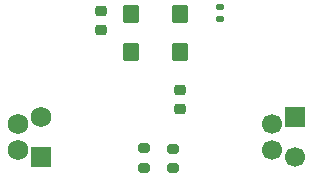
<source format=gts>
%TF.GenerationSoftware,KiCad,Pcbnew,9.0.4*%
%TF.CreationDate,2026-02-10T01:39:38-05:00*%
%TF.ProjectId,main_board_peripheral_v3,6d61696e-5f62-46f6-9172-645f70657269,rev?*%
%TF.SameCoordinates,Original*%
%TF.FileFunction,Soldermask,Top*%
%TF.FilePolarity,Negative*%
%FSLAX46Y46*%
G04 Gerber Fmt 4.6, Leading zero omitted, Abs format (unit mm)*
G04 Created by KiCad (PCBNEW 9.0.4) date 2026-02-10 01:39:38*
%MOMM*%
%LPD*%
G01*
G04 APERTURE LIST*
G04 Aperture macros list*
%AMRoundRect*
0 Rectangle with rounded corners*
0 $1 Rounding radius*
0 $2 $3 $4 $5 $6 $7 $8 $9 X,Y pos of 4 corners*
0 Add a 4 corners polygon primitive as box body*
4,1,4,$2,$3,$4,$5,$6,$7,$8,$9,$2,$3,0*
0 Add four circle primitives for the rounded corners*
1,1,$1+$1,$2,$3*
1,1,$1+$1,$4,$5*
1,1,$1+$1,$6,$7*
1,1,$1+$1,$8,$9*
0 Add four rect primitives between the rounded corners*
20,1,$1+$1,$2,$3,$4,$5,0*
20,1,$1+$1,$4,$5,$6,$7,0*
20,1,$1+$1,$6,$7,$8,$9,0*
20,1,$1+$1,$8,$9,$2,$3,0*%
G04 Aperture macros list end*
%ADD10R,1.700000X1.700000*%
%ADD11C,1.731000*%
%ADD12RoundRect,0.135000X-0.185000X0.135000X-0.185000X-0.135000X0.185000X-0.135000X0.185000X0.135000X0*%
%ADD13RoundRect,0.225000X0.250000X-0.225000X0.250000X0.225000X-0.250000X0.225000X-0.250000X-0.225000X0*%
%ADD14RoundRect,0.200000X0.275000X-0.200000X0.275000X0.200000X-0.275000X0.200000X-0.275000X-0.200000X0*%
%ADD15RoundRect,0.102000X-0.600000X-0.650000X0.600000X-0.650000X0.600000X0.650000X-0.600000X0.650000X0*%
%ADD16C,1.700000*%
G04 APERTURE END LIST*
D10*
%TO.C,J2*%
X105000000Y-94500000D03*
D11*
X103050000Y-93875000D03*
X105000000Y-91100000D03*
X103050000Y-91725000D03*
%TD*%
D12*
%TO.C,R1*%
X120200000Y-81820000D03*
X120200000Y-82840000D03*
%TD*%
D13*
%TO.C,C5*%
X110090000Y-83705000D03*
X110090000Y-82155000D03*
%TD*%
D14*
%TO.C,R3*%
X113710000Y-95405000D03*
X113710000Y-93755000D03*
%TD*%
D15*
%TO.C,D2*%
X116810000Y-85560000D03*
X116810000Y-82360000D03*
X112610000Y-82360000D03*
X112610000Y-85560000D03*
%TD*%
D10*
%TO.C,J3*%
X126500000Y-91100000D03*
D16*
X124550000Y-91725000D03*
X126500000Y-94500000D03*
X124550000Y-93875000D03*
%TD*%
D13*
%TO.C,C6*%
X116770000Y-90405000D03*
X116770000Y-88855000D03*
%TD*%
D14*
%TO.C,R2*%
X116180000Y-95425000D03*
X116180000Y-93775000D03*
%TD*%
M02*

</source>
